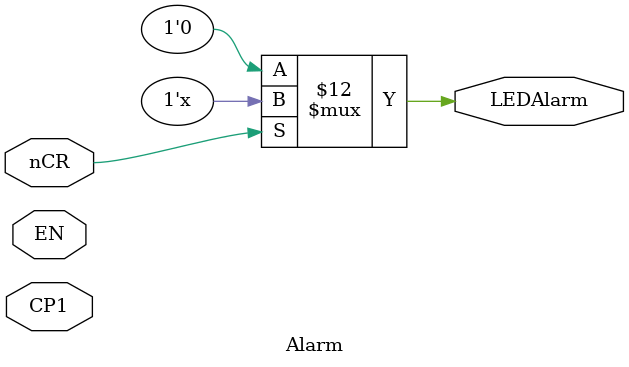
<source format=v>
`timescale 1ns / 1ps
module Alarm(
    EN,CP1,nCR,LEDAlarm
    );
	 input CP1,nCR,EN;
    output reg LEDAlarm;
always@(CP1)begin
    //Alarm one Minute
	 if(~nCR)begin
		LEDAlarm=0;
	 end else if(EN==1)begin
		LEDAlarm=~LEDAlarm;
	 end
end
endmodule

</source>
